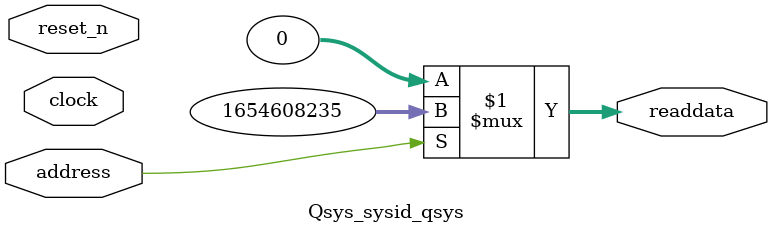
<source format=v>



// synthesis translate_off
`timescale 1ns / 1ps
// synthesis translate_on

// turn off superfluous verilog processor warnings 
// altera message_level Level1 
// altera message_off 10034 10035 10036 10037 10230 10240 10030 

module Qsys_sysid_qsys (
               // inputs:
                address,
                clock,
                reset_n,

               // outputs:
                readdata
             )
;

  output  [ 31: 0] readdata;
  input            address;
  input            clock;
  input            reset_n;

  wire    [ 31: 0] readdata;
  //control_slave, which is an e_avalon_slave
  assign readdata = address ? 1654608235 : 0;

endmodule



</source>
